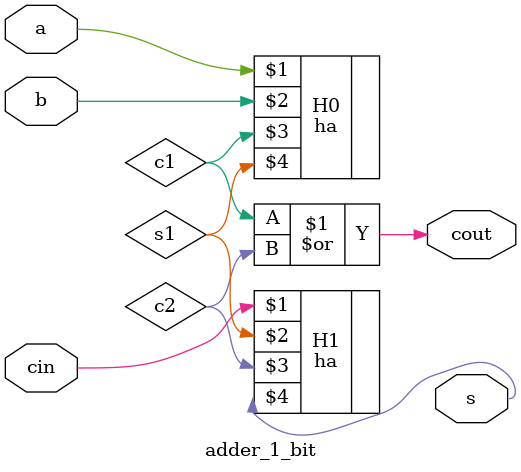
<source format=v>
`timescale 1ns / 1ps


 module adder_1_bit(a,b,cin,cout,s);
input a,b,cin;
output s,cout;
wire s1,c1,c2;
ha H0(a,b,c1,s1);
ha H1(cin,s1,c2,s);
or OR(cout,c1,c2);
endmodule

</source>
